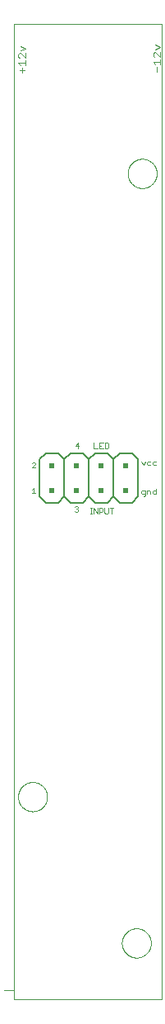
<source format=gto>
G75*
%MOIN*%
%OFA0B0*%
%FSLAX25Y25*%
%IPPOS*%
%LPD*%
%AMOC8*
5,1,8,0,0,1.08239X$1,22.5*
%
%ADD10C,0.00000*%
%ADD11C,0.00200*%
%ADD12C,0.00300*%
%ADD13C,0.00600*%
%ADD14R,0.02000X0.02000*%
D10*
X0065737Y0017548D02*
X0069674Y0017548D01*
X0069713Y0013611D02*
X0069713Y0407312D01*
X0129713Y0407312D01*
X0129713Y0013611D01*
X0069713Y0013611D01*
X0071485Y0095501D02*
X0071487Y0095654D01*
X0071493Y0095808D01*
X0071503Y0095961D01*
X0071517Y0096113D01*
X0071535Y0096266D01*
X0071557Y0096417D01*
X0071582Y0096568D01*
X0071612Y0096719D01*
X0071646Y0096869D01*
X0071683Y0097017D01*
X0071724Y0097165D01*
X0071769Y0097311D01*
X0071818Y0097457D01*
X0071871Y0097601D01*
X0071927Y0097743D01*
X0071987Y0097884D01*
X0072051Y0098024D01*
X0072118Y0098162D01*
X0072189Y0098298D01*
X0072264Y0098432D01*
X0072341Y0098564D01*
X0072423Y0098694D01*
X0072507Y0098822D01*
X0072595Y0098948D01*
X0072686Y0099071D01*
X0072780Y0099192D01*
X0072878Y0099310D01*
X0072978Y0099426D01*
X0073082Y0099539D01*
X0073188Y0099650D01*
X0073297Y0099758D01*
X0073409Y0099863D01*
X0073523Y0099964D01*
X0073641Y0100063D01*
X0073760Y0100159D01*
X0073882Y0100252D01*
X0074007Y0100341D01*
X0074134Y0100428D01*
X0074263Y0100510D01*
X0074394Y0100590D01*
X0074527Y0100666D01*
X0074662Y0100739D01*
X0074799Y0100808D01*
X0074938Y0100873D01*
X0075078Y0100935D01*
X0075220Y0100993D01*
X0075363Y0101048D01*
X0075508Y0101099D01*
X0075654Y0101146D01*
X0075801Y0101189D01*
X0075949Y0101228D01*
X0076098Y0101264D01*
X0076248Y0101295D01*
X0076399Y0101323D01*
X0076550Y0101347D01*
X0076703Y0101367D01*
X0076855Y0101383D01*
X0077008Y0101395D01*
X0077161Y0101403D01*
X0077314Y0101407D01*
X0077468Y0101407D01*
X0077621Y0101403D01*
X0077774Y0101395D01*
X0077927Y0101383D01*
X0078079Y0101367D01*
X0078232Y0101347D01*
X0078383Y0101323D01*
X0078534Y0101295D01*
X0078684Y0101264D01*
X0078833Y0101228D01*
X0078981Y0101189D01*
X0079128Y0101146D01*
X0079274Y0101099D01*
X0079419Y0101048D01*
X0079562Y0100993D01*
X0079704Y0100935D01*
X0079844Y0100873D01*
X0079983Y0100808D01*
X0080120Y0100739D01*
X0080255Y0100666D01*
X0080388Y0100590D01*
X0080519Y0100510D01*
X0080648Y0100428D01*
X0080775Y0100341D01*
X0080900Y0100252D01*
X0081022Y0100159D01*
X0081141Y0100063D01*
X0081259Y0099964D01*
X0081373Y0099863D01*
X0081485Y0099758D01*
X0081594Y0099650D01*
X0081700Y0099539D01*
X0081804Y0099426D01*
X0081904Y0099310D01*
X0082002Y0099192D01*
X0082096Y0099071D01*
X0082187Y0098948D01*
X0082275Y0098822D01*
X0082359Y0098694D01*
X0082441Y0098564D01*
X0082518Y0098432D01*
X0082593Y0098298D01*
X0082664Y0098162D01*
X0082731Y0098024D01*
X0082795Y0097884D01*
X0082855Y0097743D01*
X0082911Y0097601D01*
X0082964Y0097457D01*
X0083013Y0097311D01*
X0083058Y0097165D01*
X0083099Y0097017D01*
X0083136Y0096869D01*
X0083170Y0096719D01*
X0083200Y0096568D01*
X0083225Y0096417D01*
X0083247Y0096266D01*
X0083265Y0096113D01*
X0083279Y0095961D01*
X0083289Y0095808D01*
X0083295Y0095654D01*
X0083297Y0095501D01*
X0083295Y0095348D01*
X0083289Y0095194D01*
X0083279Y0095041D01*
X0083265Y0094889D01*
X0083247Y0094736D01*
X0083225Y0094585D01*
X0083200Y0094434D01*
X0083170Y0094283D01*
X0083136Y0094133D01*
X0083099Y0093985D01*
X0083058Y0093837D01*
X0083013Y0093691D01*
X0082964Y0093545D01*
X0082911Y0093401D01*
X0082855Y0093259D01*
X0082795Y0093118D01*
X0082731Y0092978D01*
X0082664Y0092840D01*
X0082593Y0092704D01*
X0082518Y0092570D01*
X0082441Y0092438D01*
X0082359Y0092308D01*
X0082275Y0092180D01*
X0082187Y0092054D01*
X0082096Y0091931D01*
X0082002Y0091810D01*
X0081904Y0091692D01*
X0081804Y0091576D01*
X0081700Y0091463D01*
X0081594Y0091352D01*
X0081485Y0091244D01*
X0081373Y0091139D01*
X0081259Y0091038D01*
X0081141Y0090939D01*
X0081022Y0090843D01*
X0080900Y0090750D01*
X0080775Y0090661D01*
X0080648Y0090574D01*
X0080519Y0090492D01*
X0080388Y0090412D01*
X0080255Y0090336D01*
X0080120Y0090263D01*
X0079983Y0090194D01*
X0079844Y0090129D01*
X0079704Y0090067D01*
X0079562Y0090009D01*
X0079419Y0089954D01*
X0079274Y0089903D01*
X0079128Y0089856D01*
X0078981Y0089813D01*
X0078833Y0089774D01*
X0078684Y0089738D01*
X0078534Y0089707D01*
X0078383Y0089679D01*
X0078232Y0089655D01*
X0078079Y0089635D01*
X0077927Y0089619D01*
X0077774Y0089607D01*
X0077621Y0089599D01*
X0077468Y0089595D01*
X0077314Y0089595D01*
X0077161Y0089599D01*
X0077008Y0089607D01*
X0076855Y0089619D01*
X0076703Y0089635D01*
X0076550Y0089655D01*
X0076399Y0089679D01*
X0076248Y0089707D01*
X0076098Y0089738D01*
X0075949Y0089774D01*
X0075801Y0089813D01*
X0075654Y0089856D01*
X0075508Y0089903D01*
X0075363Y0089954D01*
X0075220Y0090009D01*
X0075078Y0090067D01*
X0074938Y0090129D01*
X0074799Y0090194D01*
X0074662Y0090263D01*
X0074527Y0090336D01*
X0074394Y0090412D01*
X0074263Y0090492D01*
X0074134Y0090574D01*
X0074007Y0090661D01*
X0073882Y0090750D01*
X0073760Y0090843D01*
X0073641Y0090939D01*
X0073523Y0091038D01*
X0073409Y0091139D01*
X0073297Y0091244D01*
X0073188Y0091352D01*
X0073082Y0091463D01*
X0072978Y0091576D01*
X0072878Y0091692D01*
X0072780Y0091810D01*
X0072686Y0091931D01*
X0072595Y0092054D01*
X0072507Y0092180D01*
X0072423Y0092308D01*
X0072341Y0092438D01*
X0072264Y0092570D01*
X0072189Y0092704D01*
X0072118Y0092840D01*
X0072051Y0092978D01*
X0071987Y0093118D01*
X0071927Y0093259D01*
X0071871Y0093401D01*
X0071818Y0093545D01*
X0071769Y0093691D01*
X0071724Y0093837D01*
X0071683Y0093985D01*
X0071646Y0094133D01*
X0071612Y0094283D01*
X0071582Y0094434D01*
X0071557Y0094585D01*
X0071535Y0094736D01*
X0071517Y0094889D01*
X0071503Y0095041D01*
X0071493Y0095194D01*
X0071487Y0095348D01*
X0071485Y0095501D01*
X0113611Y0036446D02*
X0113613Y0036599D01*
X0113619Y0036753D01*
X0113629Y0036906D01*
X0113643Y0037058D01*
X0113661Y0037211D01*
X0113683Y0037362D01*
X0113708Y0037513D01*
X0113738Y0037664D01*
X0113772Y0037814D01*
X0113809Y0037962D01*
X0113850Y0038110D01*
X0113895Y0038256D01*
X0113944Y0038402D01*
X0113997Y0038546D01*
X0114053Y0038688D01*
X0114113Y0038829D01*
X0114177Y0038969D01*
X0114244Y0039107D01*
X0114315Y0039243D01*
X0114390Y0039377D01*
X0114467Y0039509D01*
X0114549Y0039639D01*
X0114633Y0039767D01*
X0114721Y0039893D01*
X0114812Y0040016D01*
X0114906Y0040137D01*
X0115004Y0040255D01*
X0115104Y0040371D01*
X0115208Y0040484D01*
X0115314Y0040595D01*
X0115423Y0040703D01*
X0115535Y0040808D01*
X0115649Y0040909D01*
X0115767Y0041008D01*
X0115886Y0041104D01*
X0116008Y0041197D01*
X0116133Y0041286D01*
X0116260Y0041373D01*
X0116389Y0041455D01*
X0116520Y0041535D01*
X0116653Y0041611D01*
X0116788Y0041684D01*
X0116925Y0041753D01*
X0117064Y0041818D01*
X0117204Y0041880D01*
X0117346Y0041938D01*
X0117489Y0041993D01*
X0117634Y0042044D01*
X0117780Y0042091D01*
X0117927Y0042134D01*
X0118075Y0042173D01*
X0118224Y0042209D01*
X0118374Y0042240D01*
X0118525Y0042268D01*
X0118676Y0042292D01*
X0118829Y0042312D01*
X0118981Y0042328D01*
X0119134Y0042340D01*
X0119287Y0042348D01*
X0119440Y0042352D01*
X0119594Y0042352D01*
X0119747Y0042348D01*
X0119900Y0042340D01*
X0120053Y0042328D01*
X0120205Y0042312D01*
X0120358Y0042292D01*
X0120509Y0042268D01*
X0120660Y0042240D01*
X0120810Y0042209D01*
X0120959Y0042173D01*
X0121107Y0042134D01*
X0121254Y0042091D01*
X0121400Y0042044D01*
X0121545Y0041993D01*
X0121688Y0041938D01*
X0121830Y0041880D01*
X0121970Y0041818D01*
X0122109Y0041753D01*
X0122246Y0041684D01*
X0122381Y0041611D01*
X0122514Y0041535D01*
X0122645Y0041455D01*
X0122774Y0041373D01*
X0122901Y0041286D01*
X0123026Y0041197D01*
X0123148Y0041104D01*
X0123267Y0041008D01*
X0123385Y0040909D01*
X0123499Y0040808D01*
X0123611Y0040703D01*
X0123720Y0040595D01*
X0123826Y0040484D01*
X0123930Y0040371D01*
X0124030Y0040255D01*
X0124128Y0040137D01*
X0124222Y0040016D01*
X0124313Y0039893D01*
X0124401Y0039767D01*
X0124485Y0039639D01*
X0124567Y0039509D01*
X0124644Y0039377D01*
X0124719Y0039243D01*
X0124790Y0039107D01*
X0124857Y0038969D01*
X0124921Y0038829D01*
X0124981Y0038688D01*
X0125037Y0038546D01*
X0125090Y0038402D01*
X0125139Y0038256D01*
X0125184Y0038110D01*
X0125225Y0037962D01*
X0125262Y0037814D01*
X0125296Y0037664D01*
X0125326Y0037513D01*
X0125351Y0037362D01*
X0125373Y0037211D01*
X0125391Y0037058D01*
X0125405Y0036906D01*
X0125415Y0036753D01*
X0125421Y0036599D01*
X0125423Y0036446D01*
X0125421Y0036293D01*
X0125415Y0036139D01*
X0125405Y0035986D01*
X0125391Y0035834D01*
X0125373Y0035681D01*
X0125351Y0035530D01*
X0125326Y0035379D01*
X0125296Y0035228D01*
X0125262Y0035078D01*
X0125225Y0034930D01*
X0125184Y0034782D01*
X0125139Y0034636D01*
X0125090Y0034490D01*
X0125037Y0034346D01*
X0124981Y0034204D01*
X0124921Y0034063D01*
X0124857Y0033923D01*
X0124790Y0033785D01*
X0124719Y0033649D01*
X0124644Y0033515D01*
X0124567Y0033383D01*
X0124485Y0033253D01*
X0124401Y0033125D01*
X0124313Y0032999D01*
X0124222Y0032876D01*
X0124128Y0032755D01*
X0124030Y0032637D01*
X0123930Y0032521D01*
X0123826Y0032408D01*
X0123720Y0032297D01*
X0123611Y0032189D01*
X0123499Y0032084D01*
X0123385Y0031983D01*
X0123267Y0031884D01*
X0123148Y0031788D01*
X0123026Y0031695D01*
X0122901Y0031606D01*
X0122774Y0031519D01*
X0122645Y0031437D01*
X0122514Y0031357D01*
X0122381Y0031281D01*
X0122246Y0031208D01*
X0122109Y0031139D01*
X0121970Y0031074D01*
X0121830Y0031012D01*
X0121688Y0030954D01*
X0121545Y0030899D01*
X0121400Y0030848D01*
X0121254Y0030801D01*
X0121107Y0030758D01*
X0120959Y0030719D01*
X0120810Y0030683D01*
X0120660Y0030652D01*
X0120509Y0030624D01*
X0120358Y0030600D01*
X0120205Y0030580D01*
X0120053Y0030564D01*
X0119900Y0030552D01*
X0119747Y0030544D01*
X0119594Y0030540D01*
X0119440Y0030540D01*
X0119287Y0030544D01*
X0119134Y0030552D01*
X0118981Y0030564D01*
X0118829Y0030580D01*
X0118676Y0030600D01*
X0118525Y0030624D01*
X0118374Y0030652D01*
X0118224Y0030683D01*
X0118075Y0030719D01*
X0117927Y0030758D01*
X0117780Y0030801D01*
X0117634Y0030848D01*
X0117489Y0030899D01*
X0117346Y0030954D01*
X0117204Y0031012D01*
X0117064Y0031074D01*
X0116925Y0031139D01*
X0116788Y0031208D01*
X0116653Y0031281D01*
X0116520Y0031357D01*
X0116389Y0031437D01*
X0116260Y0031519D01*
X0116133Y0031606D01*
X0116008Y0031695D01*
X0115886Y0031788D01*
X0115767Y0031884D01*
X0115649Y0031983D01*
X0115535Y0032084D01*
X0115423Y0032189D01*
X0115314Y0032297D01*
X0115208Y0032408D01*
X0115104Y0032521D01*
X0115004Y0032637D01*
X0114906Y0032755D01*
X0114812Y0032876D01*
X0114721Y0032999D01*
X0114633Y0033125D01*
X0114549Y0033253D01*
X0114467Y0033383D01*
X0114390Y0033515D01*
X0114315Y0033649D01*
X0114244Y0033785D01*
X0114177Y0033923D01*
X0114113Y0034063D01*
X0114053Y0034204D01*
X0113997Y0034346D01*
X0113944Y0034490D01*
X0113895Y0034636D01*
X0113850Y0034782D01*
X0113809Y0034930D01*
X0113772Y0035078D01*
X0113738Y0035228D01*
X0113708Y0035379D01*
X0113683Y0035530D01*
X0113661Y0035681D01*
X0113643Y0035834D01*
X0113629Y0035986D01*
X0113619Y0036139D01*
X0113613Y0036293D01*
X0113611Y0036446D01*
X0115973Y0347076D02*
X0115975Y0347229D01*
X0115981Y0347383D01*
X0115991Y0347536D01*
X0116005Y0347688D01*
X0116023Y0347841D01*
X0116045Y0347992D01*
X0116070Y0348143D01*
X0116100Y0348294D01*
X0116134Y0348444D01*
X0116171Y0348592D01*
X0116212Y0348740D01*
X0116257Y0348886D01*
X0116306Y0349032D01*
X0116359Y0349176D01*
X0116415Y0349318D01*
X0116475Y0349459D01*
X0116539Y0349599D01*
X0116606Y0349737D01*
X0116677Y0349873D01*
X0116752Y0350007D01*
X0116829Y0350139D01*
X0116911Y0350269D01*
X0116995Y0350397D01*
X0117083Y0350523D01*
X0117174Y0350646D01*
X0117268Y0350767D01*
X0117366Y0350885D01*
X0117466Y0351001D01*
X0117570Y0351114D01*
X0117676Y0351225D01*
X0117785Y0351333D01*
X0117897Y0351438D01*
X0118011Y0351539D01*
X0118129Y0351638D01*
X0118248Y0351734D01*
X0118370Y0351827D01*
X0118495Y0351916D01*
X0118622Y0352003D01*
X0118751Y0352085D01*
X0118882Y0352165D01*
X0119015Y0352241D01*
X0119150Y0352314D01*
X0119287Y0352383D01*
X0119426Y0352448D01*
X0119566Y0352510D01*
X0119708Y0352568D01*
X0119851Y0352623D01*
X0119996Y0352674D01*
X0120142Y0352721D01*
X0120289Y0352764D01*
X0120437Y0352803D01*
X0120586Y0352839D01*
X0120736Y0352870D01*
X0120887Y0352898D01*
X0121038Y0352922D01*
X0121191Y0352942D01*
X0121343Y0352958D01*
X0121496Y0352970D01*
X0121649Y0352978D01*
X0121802Y0352982D01*
X0121956Y0352982D01*
X0122109Y0352978D01*
X0122262Y0352970D01*
X0122415Y0352958D01*
X0122567Y0352942D01*
X0122720Y0352922D01*
X0122871Y0352898D01*
X0123022Y0352870D01*
X0123172Y0352839D01*
X0123321Y0352803D01*
X0123469Y0352764D01*
X0123616Y0352721D01*
X0123762Y0352674D01*
X0123907Y0352623D01*
X0124050Y0352568D01*
X0124192Y0352510D01*
X0124332Y0352448D01*
X0124471Y0352383D01*
X0124608Y0352314D01*
X0124743Y0352241D01*
X0124876Y0352165D01*
X0125007Y0352085D01*
X0125136Y0352003D01*
X0125263Y0351916D01*
X0125388Y0351827D01*
X0125510Y0351734D01*
X0125629Y0351638D01*
X0125747Y0351539D01*
X0125861Y0351438D01*
X0125973Y0351333D01*
X0126082Y0351225D01*
X0126188Y0351114D01*
X0126292Y0351001D01*
X0126392Y0350885D01*
X0126490Y0350767D01*
X0126584Y0350646D01*
X0126675Y0350523D01*
X0126763Y0350397D01*
X0126847Y0350269D01*
X0126929Y0350139D01*
X0127006Y0350007D01*
X0127081Y0349873D01*
X0127152Y0349737D01*
X0127219Y0349599D01*
X0127283Y0349459D01*
X0127343Y0349318D01*
X0127399Y0349176D01*
X0127452Y0349032D01*
X0127501Y0348886D01*
X0127546Y0348740D01*
X0127587Y0348592D01*
X0127624Y0348444D01*
X0127658Y0348294D01*
X0127688Y0348143D01*
X0127713Y0347992D01*
X0127735Y0347841D01*
X0127753Y0347688D01*
X0127767Y0347536D01*
X0127777Y0347383D01*
X0127783Y0347229D01*
X0127785Y0347076D01*
X0127783Y0346923D01*
X0127777Y0346769D01*
X0127767Y0346616D01*
X0127753Y0346464D01*
X0127735Y0346311D01*
X0127713Y0346160D01*
X0127688Y0346009D01*
X0127658Y0345858D01*
X0127624Y0345708D01*
X0127587Y0345560D01*
X0127546Y0345412D01*
X0127501Y0345266D01*
X0127452Y0345120D01*
X0127399Y0344976D01*
X0127343Y0344834D01*
X0127283Y0344693D01*
X0127219Y0344553D01*
X0127152Y0344415D01*
X0127081Y0344279D01*
X0127006Y0344145D01*
X0126929Y0344013D01*
X0126847Y0343883D01*
X0126763Y0343755D01*
X0126675Y0343629D01*
X0126584Y0343506D01*
X0126490Y0343385D01*
X0126392Y0343267D01*
X0126292Y0343151D01*
X0126188Y0343038D01*
X0126082Y0342927D01*
X0125973Y0342819D01*
X0125861Y0342714D01*
X0125747Y0342613D01*
X0125629Y0342514D01*
X0125510Y0342418D01*
X0125388Y0342325D01*
X0125263Y0342236D01*
X0125136Y0342149D01*
X0125007Y0342067D01*
X0124876Y0341987D01*
X0124743Y0341911D01*
X0124608Y0341838D01*
X0124471Y0341769D01*
X0124332Y0341704D01*
X0124192Y0341642D01*
X0124050Y0341584D01*
X0123907Y0341529D01*
X0123762Y0341478D01*
X0123616Y0341431D01*
X0123469Y0341388D01*
X0123321Y0341349D01*
X0123172Y0341313D01*
X0123022Y0341282D01*
X0122871Y0341254D01*
X0122720Y0341230D01*
X0122567Y0341210D01*
X0122415Y0341194D01*
X0122262Y0341182D01*
X0122109Y0341174D01*
X0121956Y0341170D01*
X0121802Y0341170D01*
X0121649Y0341174D01*
X0121496Y0341182D01*
X0121343Y0341194D01*
X0121191Y0341210D01*
X0121038Y0341230D01*
X0120887Y0341254D01*
X0120736Y0341282D01*
X0120586Y0341313D01*
X0120437Y0341349D01*
X0120289Y0341388D01*
X0120142Y0341431D01*
X0119996Y0341478D01*
X0119851Y0341529D01*
X0119708Y0341584D01*
X0119566Y0341642D01*
X0119426Y0341704D01*
X0119287Y0341769D01*
X0119150Y0341838D01*
X0119015Y0341911D01*
X0118882Y0341987D01*
X0118751Y0342067D01*
X0118622Y0342149D01*
X0118495Y0342236D01*
X0118370Y0342325D01*
X0118248Y0342418D01*
X0118129Y0342514D01*
X0118011Y0342613D01*
X0117897Y0342714D01*
X0117785Y0342819D01*
X0117676Y0342927D01*
X0117570Y0343038D01*
X0117466Y0343151D01*
X0117366Y0343267D01*
X0117268Y0343385D01*
X0117174Y0343506D01*
X0117083Y0343629D01*
X0116995Y0343755D01*
X0116911Y0343883D01*
X0116829Y0344013D01*
X0116752Y0344145D01*
X0116677Y0344279D01*
X0116606Y0344415D01*
X0116539Y0344553D01*
X0116475Y0344693D01*
X0116415Y0344834D01*
X0116359Y0344976D01*
X0116306Y0345120D01*
X0116257Y0345266D01*
X0116212Y0345412D01*
X0116171Y0345560D01*
X0116134Y0345708D01*
X0116100Y0345858D01*
X0116070Y0346009D01*
X0116045Y0346160D01*
X0116023Y0346311D01*
X0116005Y0346464D01*
X0115991Y0346616D01*
X0115981Y0346769D01*
X0115975Y0346923D01*
X0115973Y0347076D01*
D11*
X0107814Y0238354D02*
X0106713Y0238354D01*
X0106713Y0236152D01*
X0107814Y0236152D01*
X0108181Y0236519D01*
X0108181Y0237987D01*
X0107814Y0238354D01*
X0105971Y0238354D02*
X0104504Y0238354D01*
X0104504Y0236152D01*
X0105971Y0236152D01*
X0105238Y0237253D02*
X0104504Y0237253D01*
X0103762Y0236152D02*
X0102294Y0236152D01*
X0102294Y0238354D01*
X0096281Y0237253D02*
X0094813Y0237253D01*
X0095914Y0238354D01*
X0095914Y0236152D01*
X0095521Y0212763D02*
X0095888Y0212396D01*
X0095888Y0212029D01*
X0095521Y0211662D01*
X0095888Y0211295D01*
X0095888Y0210928D01*
X0095521Y0210561D01*
X0094787Y0210561D01*
X0094420Y0210928D01*
X0095154Y0211662D02*
X0095521Y0211662D01*
X0095521Y0212763D02*
X0094787Y0212763D01*
X0094420Y0212396D01*
X0100719Y0212033D02*
X0101453Y0212033D01*
X0101086Y0212033D02*
X0101086Y0209831D01*
X0100719Y0209831D02*
X0101453Y0209831D01*
X0102192Y0209831D02*
X0102192Y0212033D01*
X0103660Y0209831D01*
X0103660Y0212033D01*
X0104402Y0212033D02*
X0105503Y0212033D01*
X0105870Y0211666D01*
X0105870Y0210932D01*
X0105503Y0210565D01*
X0104402Y0210565D01*
X0104402Y0209831D02*
X0104402Y0212033D01*
X0106612Y0212033D02*
X0106612Y0210198D01*
X0106979Y0209831D01*
X0107713Y0209831D01*
X0108080Y0210198D01*
X0108080Y0212033D01*
X0108822Y0212033D02*
X0110290Y0212033D01*
X0109556Y0212033D02*
X0109556Y0209831D01*
X0121585Y0218015D02*
X0121952Y0217648D01*
X0123053Y0217648D01*
X0123053Y0217281D02*
X0123053Y0219116D01*
X0121952Y0219116D01*
X0121585Y0218749D01*
X0121585Y0218015D01*
X0122319Y0216914D02*
X0122686Y0216914D01*
X0123053Y0217281D01*
X0123795Y0217648D02*
X0123795Y0219116D01*
X0124896Y0219116D01*
X0125263Y0218749D01*
X0125263Y0217648D01*
X0126005Y0218015D02*
X0126005Y0218749D01*
X0126372Y0219116D01*
X0127473Y0219116D01*
X0127473Y0219850D02*
X0127473Y0217648D01*
X0126372Y0217648D01*
X0126005Y0218015D01*
X0126372Y0229459D02*
X0127473Y0229459D01*
X0126372Y0229459D02*
X0126005Y0229826D01*
X0126005Y0230560D01*
X0126372Y0230927D01*
X0127473Y0230927D01*
X0125263Y0230927D02*
X0124162Y0230927D01*
X0123795Y0230560D01*
X0123795Y0229826D01*
X0124162Y0229459D01*
X0125263Y0229459D01*
X0123053Y0230927D02*
X0122319Y0229459D01*
X0121585Y0230927D01*
X0078565Y0230113D02*
X0078198Y0230480D01*
X0077464Y0230480D01*
X0077097Y0230113D01*
X0078565Y0230113D02*
X0078565Y0229746D01*
X0077097Y0228278D01*
X0078565Y0228278D01*
X0077831Y0220244D02*
X0077097Y0219510D01*
X0077831Y0220244D02*
X0077831Y0218042D01*
X0077097Y0218042D02*
X0078565Y0218042D01*
D12*
X0073033Y0387777D02*
X0073033Y0389712D01*
X0072550Y0390723D02*
X0071582Y0391691D01*
X0074485Y0391691D01*
X0074485Y0392658D02*
X0074485Y0390723D01*
X0074001Y0388744D02*
X0072066Y0388744D01*
X0072066Y0393670D02*
X0071582Y0394154D01*
X0071582Y0395121D01*
X0072066Y0395605D01*
X0072550Y0395605D01*
X0074485Y0393670D01*
X0074485Y0395605D01*
X0074485Y0397584D02*
X0072550Y0398551D01*
X0072550Y0396616D02*
X0074485Y0397584D01*
X0126307Y0395515D02*
X0126307Y0394547D01*
X0126790Y0394064D01*
X0126307Y0395515D02*
X0126790Y0395998D01*
X0127274Y0395998D01*
X0129209Y0394064D01*
X0129209Y0395998D01*
X0129209Y0397978D02*
X0127274Y0398945D01*
X0127274Y0397010D02*
X0129209Y0397978D01*
X0129209Y0393052D02*
X0129209Y0391117D01*
X0129209Y0392084D02*
X0126307Y0392084D01*
X0127274Y0391117D01*
X0127758Y0390105D02*
X0127758Y0388170D01*
D13*
X0117725Y0234241D02*
X0112725Y0234241D01*
X0110225Y0231741D01*
X0110225Y0216741D01*
X0112725Y0214241D01*
X0117725Y0214241D01*
X0120225Y0216741D01*
X0120225Y0231741D01*
X0117725Y0234241D01*
X0110225Y0231741D02*
X0107725Y0234241D01*
X0102725Y0234241D01*
X0100225Y0231741D01*
X0100225Y0216741D01*
X0102725Y0214241D01*
X0107725Y0214241D01*
X0110225Y0216741D01*
X0100225Y0216741D02*
X0097725Y0214241D01*
X0092725Y0214241D01*
X0090225Y0216741D01*
X0090225Y0231741D01*
X0092725Y0234241D01*
X0097725Y0234241D01*
X0100225Y0231741D01*
X0090225Y0231741D02*
X0087725Y0234241D01*
X0082725Y0234241D01*
X0080225Y0231741D01*
X0080225Y0216741D01*
X0082725Y0214241D01*
X0087725Y0214241D01*
X0090225Y0216741D01*
D14*
X0085225Y0219241D03*
X0085225Y0229241D03*
X0095225Y0229241D03*
X0095225Y0219241D03*
X0105225Y0219241D03*
X0105225Y0229241D03*
X0115225Y0229241D03*
X0115225Y0219241D03*
M02*

</source>
